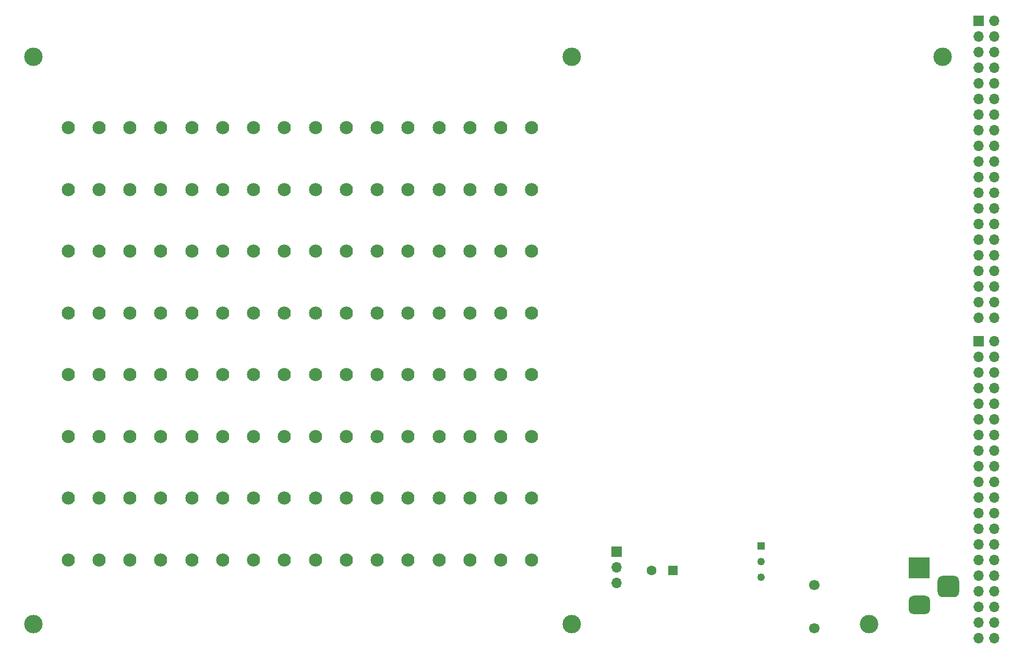
<source format=gbr>
%TF.GenerationSoftware,KiCad,Pcbnew,(5.1.7)-1*%
%TF.CreationDate,2020-11-17T12:59:15+01:00*%
%TF.ProjectId,matd_8x8,6d617464-5f38-4783-982e-6b696361645f,rev?*%
%TF.SameCoordinates,Original*%
%TF.FileFunction,Soldermask,Bot*%
%TF.FilePolarity,Negative*%
%FSLAX46Y46*%
G04 Gerber Fmt 4.6, Leading zero omitted, Abs format (unit mm)*
G04 Created by KiCad (PCBNEW (5.1.7)-1) date 2020-11-17 12:59:15*
%MOMM*%
%LPD*%
G01*
G04 APERTURE LIST*
%ADD10R,1.248000X1.248000*%
%ADD11C,1.248000*%
%ADD12C,1.700000*%
%ADD13C,1.600000*%
%ADD14R,1.600000X1.600000*%
%ADD15O,1.700000X1.700000*%
%ADD16R,1.700000X1.700000*%
%ADD17C,2.133600*%
%ADD18R,3.500000X3.500000*%
%ADD19C,3.000000*%
G04 APERTURE END LIST*
D10*
%TO.C,R2*%
X155702000Y-129076000D03*
D11*
X155702000Y-131616000D03*
X155702000Y-134156000D03*
%TD*%
D12*
%TO.C,J4*%
X164338000Y-135426000D03*
X164338000Y-142426000D03*
%TD*%
D13*
%TO.C,C70*%
X137851000Y-133013000D03*
D14*
X141351000Y-133013000D03*
%TD*%
D15*
%TO.C,J5*%
X132207000Y-135045000D03*
X132207000Y-132505000D03*
D16*
X132207000Y-129965000D03*
%TD*%
D15*
%TO.C,J2*%
X193548000Y-144018000D03*
X191008000Y-144018000D03*
X193548000Y-141478000D03*
X191008000Y-141478000D03*
X193548000Y-138938000D03*
X191008000Y-138938000D03*
X193548000Y-136398000D03*
X191008000Y-136398000D03*
X193548000Y-133858000D03*
X191008000Y-133858000D03*
X193548000Y-131318000D03*
X191008000Y-131318000D03*
X193548000Y-128778000D03*
X191008000Y-128778000D03*
X193548000Y-126238000D03*
X191008000Y-126238000D03*
X193548000Y-123698000D03*
X191008000Y-123698000D03*
X193548000Y-121158000D03*
X191008000Y-121158000D03*
X193548000Y-118618000D03*
X191008000Y-118618000D03*
X193548000Y-116078000D03*
X191008000Y-116078000D03*
X193548000Y-113538000D03*
X191008000Y-113538000D03*
X193548000Y-110998000D03*
X191008000Y-110998000D03*
X193548000Y-108458000D03*
X191008000Y-108458000D03*
X193548000Y-105918000D03*
X191008000Y-105918000D03*
X193548000Y-103378000D03*
X191008000Y-103378000D03*
X193548000Y-100838000D03*
X191008000Y-100838000D03*
X193548000Y-98298000D03*
X191008000Y-98298000D03*
X193548000Y-95758000D03*
D16*
X191008000Y-95758000D03*
%TD*%
D15*
%TO.C,J1*%
X193548000Y-91948000D03*
X191008000Y-91948000D03*
X193548000Y-89408000D03*
X191008000Y-89408000D03*
X193548000Y-86868000D03*
X191008000Y-86868000D03*
X193548000Y-84328000D03*
X191008000Y-84328000D03*
X193548000Y-81788000D03*
X191008000Y-81788000D03*
X193548000Y-79248000D03*
X191008000Y-79248000D03*
X193548000Y-76708000D03*
X191008000Y-76708000D03*
X193548000Y-74168000D03*
X191008000Y-74168000D03*
X193548000Y-71628000D03*
X191008000Y-71628000D03*
X193548000Y-69088000D03*
X191008000Y-69088000D03*
X193548000Y-66548000D03*
X191008000Y-66548000D03*
X193548000Y-64008000D03*
X191008000Y-64008000D03*
X193548000Y-61468000D03*
X191008000Y-61468000D03*
X193548000Y-58928000D03*
X191008000Y-58928000D03*
X193548000Y-56388000D03*
X191008000Y-56388000D03*
X193548000Y-53848000D03*
X191008000Y-53848000D03*
X193548000Y-51308000D03*
X191008000Y-51308000D03*
X193548000Y-48768000D03*
X191008000Y-48768000D03*
X193548000Y-46228000D03*
X191008000Y-46228000D03*
X193548000Y-43688000D03*
D16*
X191008000Y-43688000D03*
%TD*%
D17*
%TO.C,SG64*%
X113450999Y-131318000D03*
X118450999Y-131318000D03*
%TD*%
%TO.C,SG63*%
X103418000Y-131318000D03*
X108418000Y-131318000D03*
%TD*%
%TO.C,SG62*%
X93385000Y-131318000D03*
X98385000Y-131318000D03*
%TD*%
%TO.C,SG61*%
X83351999Y-131318000D03*
X88351999Y-131318000D03*
%TD*%
%TO.C,SG60*%
X73319000Y-131318000D03*
X78319000Y-131318000D03*
%TD*%
%TO.C,SG59*%
X63285999Y-131318000D03*
X68285999Y-131318000D03*
%TD*%
%TO.C,SG58*%
X53252999Y-131318000D03*
X58252999Y-131318000D03*
%TD*%
%TO.C,SG57*%
X43220000Y-131318000D03*
X48220000Y-131318000D03*
%TD*%
%TO.C,SG56*%
X113450999Y-121285000D03*
X118450999Y-121285000D03*
%TD*%
%TO.C,SG55*%
X103418000Y-121285000D03*
X108418000Y-121285000D03*
%TD*%
%TO.C,SG54*%
X93385000Y-121285000D03*
X98385000Y-121285000D03*
%TD*%
%TO.C,SG53*%
X83351999Y-121285000D03*
X88351999Y-121285000D03*
%TD*%
%TO.C,SG52*%
X73319000Y-121285000D03*
X78319000Y-121285000D03*
%TD*%
%TO.C,SG51*%
X63285999Y-121285000D03*
X68285999Y-121285000D03*
%TD*%
%TO.C,SG50*%
X53252999Y-121285000D03*
X58252999Y-121285000D03*
%TD*%
%TO.C,SG49*%
X43220000Y-121285000D03*
X48220000Y-121285000D03*
%TD*%
%TO.C,SG48*%
X113450999Y-111251999D03*
X118450999Y-111251999D03*
%TD*%
%TO.C,SG47*%
X103418000Y-111251999D03*
X108418000Y-111251999D03*
%TD*%
%TO.C,SG46*%
X93385000Y-111251999D03*
X98385000Y-111251999D03*
%TD*%
%TO.C,SG45*%
X83351999Y-111251999D03*
X88351999Y-111251999D03*
%TD*%
%TO.C,SG44*%
X73319000Y-111251999D03*
X78319000Y-111251999D03*
%TD*%
%TO.C,SG43*%
X63285999Y-111251999D03*
X68285999Y-111251999D03*
%TD*%
%TO.C,SG42*%
X53252999Y-111251999D03*
X58252999Y-111251999D03*
%TD*%
%TO.C,SG41*%
X43220000Y-111251999D03*
X48220000Y-111251999D03*
%TD*%
%TO.C,SG40*%
X113450999Y-101219000D03*
X118450999Y-101219000D03*
%TD*%
%TO.C,SG39*%
X103418000Y-101219000D03*
X108418000Y-101219000D03*
%TD*%
%TO.C,SG38*%
X93385000Y-101219000D03*
X98385000Y-101219000D03*
%TD*%
%TO.C,SG37*%
X83351999Y-101219000D03*
X88351999Y-101219000D03*
%TD*%
%TO.C,SG36*%
X73319000Y-101219000D03*
X78319000Y-101219000D03*
%TD*%
%TO.C,SG35*%
X63285999Y-101219000D03*
X68285999Y-101219000D03*
%TD*%
%TO.C,SG34*%
X53252999Y-101219000D03*
X58252999Y-101219000D03*
%TD*%
%TO.C,SG33*%
X43220000Y-101219000D03*
X48220000Y-101219000D03*
%TD*%
%TO.C,SG32*%
X113450999Y-91186000D03*
X118450999Y-91186000D03*
%TD*%
%TO.C,SG31*%
X103418000Y-91186000D03*
X108418000Y-91186000D03*
%TD*%
%TO.C,SG30*%
X93385000Y-91186000D03*
X98385000Y-91186000D03*
%TD*%
%TO.C,SG29*%
X83351999Y-91186000D03*
X88351999Y-91186000D03*
%TD*%
%TO.C,SG28*%
X73319000Y-91186000D03*
X78319000Y-91186000D03*
%TD*%
%TO.C,SG27*%
X63285999Y-91186000D03*
X68285999Y-91186000D03*
%TD*%
%TO.C,SG26*%
X53252999Y-91186000D03*
X58252999Y-91186000D03*
%TD*%
%TO.C,SG25*%
X43220000Y-91186000D03*
X48220000Y-91186000D03*
%TD*%
%TO.C,SG24*%
X113450999Y-81152999D03*
X118450999Y-81152999D03*
%TD*%
%TO.C,SG23*%
X103418000Y-81152999D03*
X108418000Y-81152999D03*
%TD*%
%TO.C,SG22*%
X93385000Y-81152999D03*
X98385000Y-81152999D03*
%TD*%
%TO.C,SG21*%
X83351999Y-81152999D03*
X88351999Y-81152999D03*
%TD*%
%TO.C,SG20*%
X73319000Y-81152999D03*
X78319000Y-81152999D03*
%TD*%
%TO.C,SG19*%
X63285999Y-81152999D03*
X68285999Y-81152999D03*
%TD*%
%TO.C,SG18*%
X53252999Y-81152999D03*
X58252999Y-81152999D03*
%TD*%
%TO.C,SG17*%
X43220000Y-81152999D03*
X48220000Y-81152999D03*
%TD*%
%TO.C,SG16*%
X113450999Y-71120000D03*
X118450999Y-71120000D03*
%TD*%
%TO.C,SG15*%
X103418000Y-71120000D03*
X108418000Y-71120000D03*
%TD*%
%TO.C,SG14*%
X93385000Y-71120000D03*
X98385000Y-71120000D03*
%TD*%
%TO.C,SG13*%
X83351999Y-71120000D03*
X88351999Y-71120000D03*
%TD*%
%TO.C,SG12*%
X73319000Y-71120000D03*
X78319000Y-71120000D03*
%TD*%
%TO.C,SG11*%
X63285999Y-71120000D03*
X68285999Y-71120000D03*
%TD*%
%TO.C,SG10*%
X53252999Y-71120000D03*
X58252999Y-71120000D03*
%TD*%
%TO.C,SG9*%
X43220000Y-71120000D03*
X48220000Y-71120000D03*
%TD*%
%TO.C,SG8*%
X113450999Y-61087000D03*
X118450999Y-61087000D03*
%TD*%
%TO.C,SG7*%
X103418000Y-61087000D03*
X108418000Y-61087000D03*
%TD*%
%TO.C,SG6*%
X93385000Y-61087000D03*
X98385000Y-61087000D03*
%TD*%
%TO.C,SG5*%
X83351999Y-61087000D03*
X88351999Y-61087000D03*
%TD*%
%TO.C,SG4*%
X73319000Y-61087000D03*
X78319000Y-61087000D03*
%TD*%
%TO.C,SG3*%
X63285999Y-61087000D03*
X68285999Y-61087000D03*
%TD*%
%TO.C,SG2*%
X53252999Y-61087000D03*
X58252999Y-61087000D03*
%TD*%
%TO.C,SG1*%
X43220000Y-61087000D03*
X48220000Y-61087000D03*
%TD*%
%TO.C,J3*%
G36*
G01*
X186931000Y-137382000D02*
X185181000Y-137382000D01*
G75*
G02*
X184306000Y-136507000I0J875000D01*
G01*
X184306000Y-134757000D01*
G75*
G02*
X185181000Y-133882000I875000J0D01*
G01*
X186931000Y-133882000D01*
G75*
G02*
X187806000Y-134757000I0J-875000D01*
G01*
X187806000Y-136507000D01*
G75*
G02*
X186931000Y-137382000I-875000J0D01*
G01*
G37*
G36*
G01*
X182356000Y-140132000D02*
X180356000Y-140132000D01*
G75*
G02*
X179606000Y-139382000I0J750000D01*
G01*
X179606000Y-137882000D01*
G75*
G02*
X180356000Y-137132000I750000J0D01*
G01*
X182356000Y-137132000D01*
G75*
G02*
X183106000Y-137882000I0J-750000D01*
G01*
X183106000Y-139382000D01*
G75*
G02*
X182356000Y-140132000I-750000J0D01*
G01*
G37*
D18*
X181356000Y-132632000D03*
%TD*%
D19*
%TO.C,*%
X37592000Y-49574000D03*
%TD*%
%TO.C,*%
X37592000Y-141776000D03*
%TD*%
%TO.C,*%
X124968000Y-49574000D03*
%TD*%
%TO.C,*%
X124968000Y-141776000D03*
%TD*%
%TO.C,*%
X173228000Y-141776000D03*
%TD*%
%TO.C,*%
X185166000Y-49574000D03*
%TD*%
M02*

</source>
